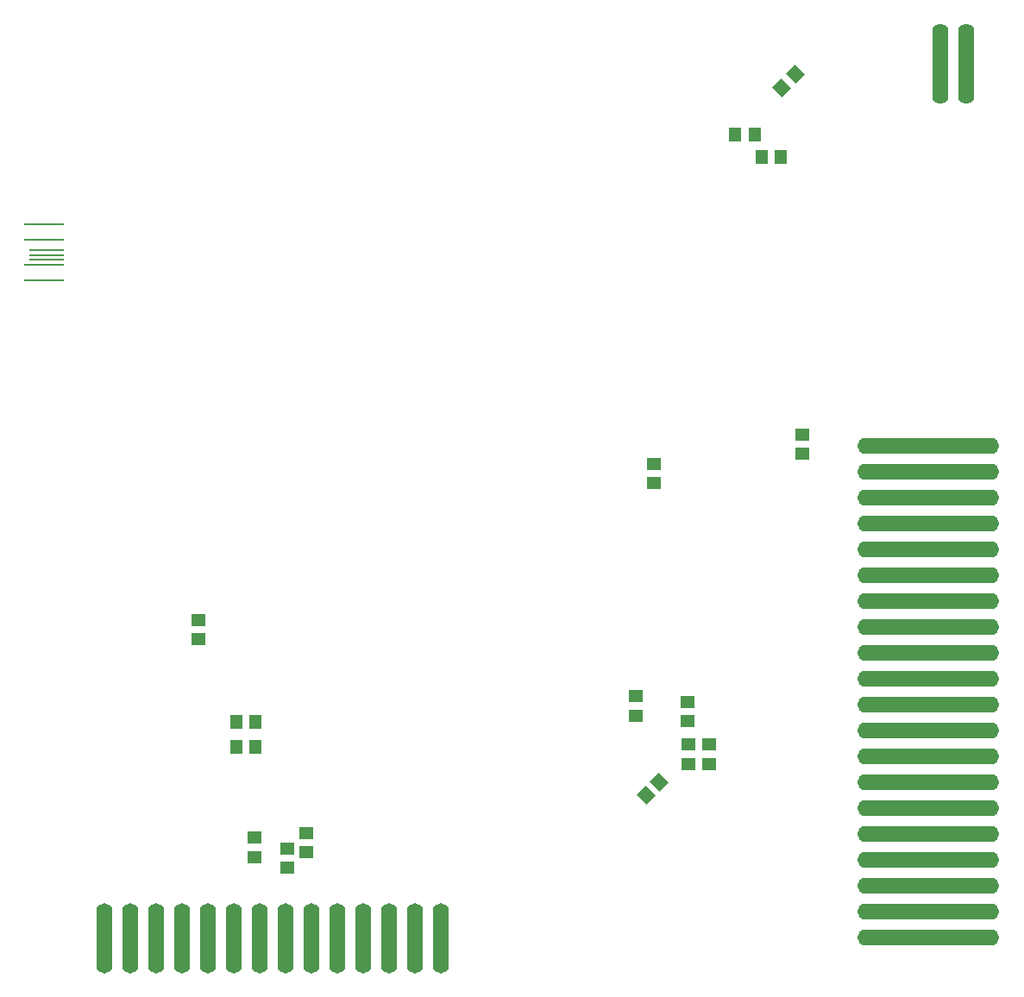
<source format=gbr>
G04 DipTrace 4.2.0.0*
G04 Bottom Paste.gbr*
%MOMM*%
G04 #@! TF.FileFunction,Paste,Bot*
G04 #@! TF.Part,Single*
%AMOUTLINE8*
4,1,4,
0.07073,-0.91924,
-0.91924,0.07069,
-0.07073,0.91924,
0.91924,-0.07069,
0.07073,-0.91924,
0*%
%ADD101R,3.9X0.15*%
%ADD103R,3.4X0.15*%
%ADD105O,1.6X6.9*%
%ADD107O,1.6X7.9*%
%ADD111O,13.9X1.6*%
%ADD120R,1.2X1.4*%
%ADD122R,1.4X1.2*%
%ADD134OUTLINE8*%
%FSLAX35Y35*%
G04*
G71*
G90*
G75*
G01*
G04 BotPaste*
%LPD*%
D122*
X7049797Y3871400D3*
Y4061400D3*
X7559915Y4006347D3*
X7559918Y3816347D3*
D120*
X3129710Y3810683D3*
X3319710D3*
D122*
X7571053Y3399923D3*
Y3589923D3*
D120*
X3129710Y3565817D3*
X3319710D3*
D122*
X7766353Y3399923D3*
Y3589923D3*
X3309710Y2483253D3*
Y2673253D3*
X7226047Y6345030D3*
X7226053Y6155030D3*
X8680932Y6632743D3*
X8680935Y6442743D3*
D120*
X8286777Y9356841D3*
X8476777Y9356845D3*
D122*
X3631228Y2568937D3*
X3631232Y2378937D3*
X3817080Y2529930D3*
Y2719930D3*
D120*
X8216013Y9578053D3*
X8026013Y9578047D3*
D134*
X8483670Y10034173D3*
X8618017Y10168527D3*
D111*
X9925000Y1697000D3*
Y1951000D3*
Y2205000D3*
Y2459000D3*
Y2713000D3*
Y2967000D3*
Y3221000D3*
Y3475000D3*
Y3729000D3*
Y3983000D3*
Y4237000D3*
Y4491000D3*
Y4745000D3*
Y4999000D3*
Y5253000D3*
Y5507000D3*
Y5761000D3*
Y6015000D3*
Y6269000D3*
Y6523000D3*
D107*
X10039000Y10275000D3*
X10293000D3*
D105*
X1834323Y1688098D3*
X2088323Y1688106D3*
X2342323Y1688113D3*
X2596323Y1688121D3*
X2850323Y1688128D3*
X3104323Y1688135D3*
X3358323Y1688143D3*
X3612323Y1688150D3*
X3866323Y1688158D3*
X4120323Y1688165D3*
X4374323Y1688173D3*
X4628323Y1688180D3*
X4882323Y1688188D3*
X5136323Y1688195D3*
D101*
X1245000Y8145000D3*
Y8295000D3*
Y8545000D3*
Y8695000D3*
D103*
X1270000Y8345000D3*
Y8395000D3*
Y8445000D3*
D122*
X2759597Y4622600D3*
Y4812600D3*
D134*
X7148085Y3087535D3*
X7282435Y3221885D3*
M02*

</source>
